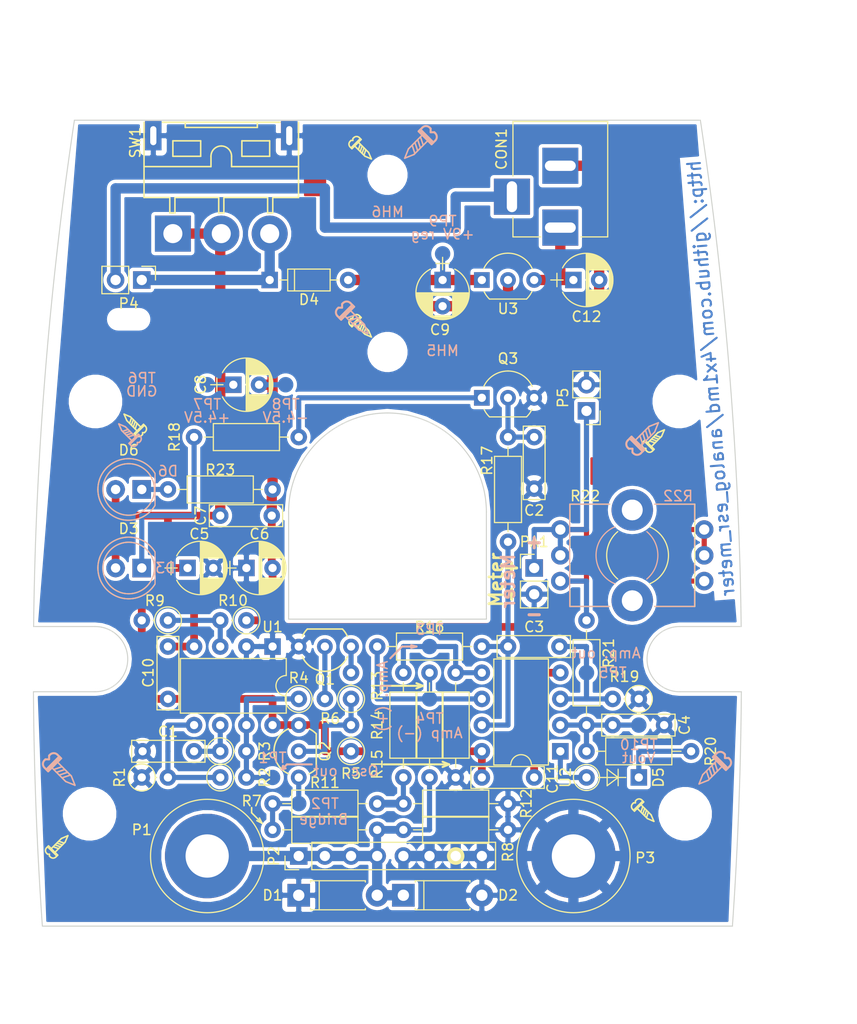
<source format=kicad_pcb>
(kicad_pcb (version 4) (host pcbnew 4.0.7-e2-6376~61~ubuntu18.04.1)
  (title_block (title "Analog ESR meter") (date 2018-03-10) (rev B))
  (layers (0 F.Cu signal) (31 B.Cu signal) (34 B.Paste user) (35 F.Paste user) (36 B.SilkS user) (37 F.SilkS user) (38 B.Mask user) (39 F.Mask user) (44 Edge.Cuts user))
  (net 0 "")
  (net 1 "Net-(C1-Pad1)")
  (net 2 "Net-(C2-Pad1)")
  (net 3 GNDREF)
  (net 4 "Net-(C4-Pad1)")
  (net 5 "Net-(CON1-Pad3)")
  (net 6 "Net-(Q1-Pad2)")
  (net 7 "Net-(Q1-Pad1)")
  (net 8 "Net-(R11-Pad1)")
  (net 9 "Net-(C3-Pad2)")
  (net 10 "Net-(D5-Pad2)")
  (net 11 "Net-(Q2-Pad2)")
  (net 12 "Net-(Q2-Pad1)")
  (net 13 "Net-(C3-Pad1)")
  (net 14 /-4.5V)
  (net 15 "Net-(D3-Pad1)")
  (net 16 "Net-(P5-Pad1)")
  (net 17 "Net-(R1-Pad2)")
  (net 18 "Net-(R2-Pad2)")
  (net 19 "Net-(R10-Pad2)")
  (net 20 "Net-(R13-Pad2)")
  (net 21 "Net-(R14-Pad2)")
  (net 22 "Net-(R21-Pad1)")
  (net 23 "Net-(Q3-Pad1)")
  (net 24 "Net-(D6-Pad1)")
  (net 25 "Net-(D5-Pad1)")
  (net 26 /CX)
  (net 27 /+9V_REG)
  (net 28 /EXT_VIN)
  (net 29 /+9V)
  (net 30 /+4.5V)
  (module Potentiometers:Potentiometer_Alps_RK09K_Horizontal (layer B.Cu) (at 184.15 92.71 180)
    (fp_text reference R22 (at 2.54 8.255 180) (layer B.SilkS) (effects (justify mirror)))
    (fp_text value 10K)
    (pad 3 thru_hole circle (at 0 5 180) (size 1.8 1.8) (drill 1) (layers *.Cu *.Paste *.Mask) (net 16 "Net-(P5-Pad1)"))
    (pad 2 thru_hole circle (at 0 2.5 180) (size 1.8 1.8) (drill 1) (layers *.Cu *.Paste *.Mask) (net 16 "Net-(P5-Pad1)"))
    (pad 1 thru_hole circle (at 0 0 180) (size 1.8 1.8) (drill 1) (layers *.Cu *.Paste *.Mask) (net 22 "Net-(R21-Pad1)"))
    (pad 0 thru_hole oval (at 7 6.9 180) (size 4 4) (drill 2) (layers *.Cu *.Paste *.Mask))
    (pad 0 thru_hole oval (at 7 -1.9 180) (size 4 4) (drill 2) (layers *.Cu *.Paste *.Mask))
  )
  (module ESR_Meter_Footprints:Symbol_Screw_Type2_SilkscreenTop (layer B.Cu) (at 127.762 77.9145 45)
    (fp_text reference REF** hide)
    (fp_text value Screw_Type4)
  )
  (module ESR_Meter_Footprints:MountingHole_3.2mm_M3_Small (layer F.Cu) (at 124.475 115.285)
    (fp_text reference MH3 hide)
    (fp_text value 3.2mm)
    (pad "" np_thru_hole circle (at 0 0) (size 3.2 3.2) (drill 3.2) (layers *.Cu *.Paste *.Mask) (clearance 1))
  )
  (module LEDs:LED_D5.0mm (layer B.Cu) (at 129.54 91.44 180)
    (fp_text reference D3 (at -2.286 0 360) (layer B.SilkS) (effects (justify mirror)))
    (fp_text value Red)
    (pad 1 thru_hole rect (at 0 0 180) (size 1.8 1.8) (drill 0.9) (layers *.Cu *.Paste *.Mask) (net 15 "Net-(D3-Pad1)"))
    (pad 2 thru_hole circle (at 2.54 0 180) (size 1.8 1.8) (drill 0.9) (layers *.Cu *.Paste *.Mask) (net 30 /+4.5V))
  )
  (module LEDs:LED_D5.0mm (layer B.Cu) (at 129.54 83.82 180)
    (fp_text reference D6 (at -2.54 1.778 360) (layer B.SilkS) (effects (justify mirror)))
    (fp_text value Green)
    (pad 1 thru_hole rect (at 0 0 180) (size 1.8 1.8) (drill 0.9) (layers *.Cu *.Paste *.Mask) (net 24 "Net-(D6-Pad1)"))
    (pad 2 thru_hole circle (at 2.54 0 180) (size 1.8 1.8) (drill 0.9) (layers *.Cu *.Paste *.Mask) (net 30 /+4.5V))
  )
  (module Socket_Strips:Socket_Strip_Straight_1x08_Pitch2.54mm (layer F.Cu) (at 144.78 119.38 90)
    (fp_text reference P2 (at 0 -2.413 270) (layer F.SilkS))
    (fp_text value Cx)
    (pad 1 thru_hole rect (at 0 0 90) (size 1.7 1.7) (drill 1) (layers *.Cu *.Paste *.Mask) (net 26 /CX))
    (pad 2 thru_hole oval (at 0 2.54 90) (size 1.7 1.7) (drill 1) (layers *.Cu *.Paste *.Mask) (net 26 /CX))
    (pad 3 thru_hole oval (at 0 5.08 90) (size 1.7 1.7) (drill 1) (layers *.Cu *.Paste *.Mask) (net 26 /CX))
    (pad 4 thru_hole oval (at 0 7.62 90) (size 1.7 1.7) (drill 1) (layers *.Cu *.Paste *.Mask) (net 26 /CX))
    (pad 5 thru_hole oval (at 0 10.16 90) (size 1.7 1.7) (drill 1) (layers *.Cu *.Paste *.Mask) (net 3 GNDREF))
    (pad 6 thru_hole oval (at 0 12.7 90) (size 1.7 1.7) (drill 1) (layers *.Cu *.Paste *.Mask) (net 3 GNDREF))
    (pad 7 thru_hole oval (at 0 15.24 90) (size 1.7 1.7) (drill 1) (layers *.Cu *.Mask B.Paste F.SilkS) (net 3 GNDREF))
    (pad 8 thru_hole oval (at 0 17.78 90) (size 1.7 1.7) (drill 1) (layers *.Cu *.Paste *.Mask) (net 3 GNDREF))
  )
  (module Resistors_THT:R_Axial_DIN0207_L6.3mm_D2.5mm_P2.54mm_Vertical (layer F.Cu) (at 149.86 104.14 90)
    (fp_text reference R6 (at -1.905 -2.032 180) (layer F.SilkS))
    (fp_text value 12K)
    (pad 1 thru_hole circle (at 0 0 90) (size 1.6 1.6) (drill 0.8) (layers *.Cu *.Paste *.Mask) (net 11 "Net-(Q2-Pad2)"))
    (pad 2 thru_hole oval (at 2.54 0 90) (size 1.6 1.6) (drill 0.8) (layers *.Cu *.Paste *.Mask) (net 7 "Net-(Q1-Pad1)"))
  )
  (module TO_SOT_Packages_THT:TO-92_Inline_Wide (layer F.Cu) (at 149.86 99.06 180)
    (fp_text reference Q1 (at 2.54 -3.175 180) (layer F.SilkS))
    (fp_text value BC547)
    (pad 2 thru_hole circle (at 2.54 0 270) (size 1.524 1.524) (drill 0.8) (layers *.Cu *.Paste *.Mask) (net 6 "Net-(Q1-Pad2)"))
    (pad 3 thru_hole circle (at 5.08 0 270) (size 1.524 1.524) (drill 0.8) (layers *.Cu *.Paste *.Mask) (net 3 GNDREF))
    (pad 1 thru_hole circle (at 0 0 270) (size 1.524 1.524) (drill 0.8) (layers *.Cu *.Paste *.Mask) (net 7 "Net-(Q1-Pad1)"))
  )
  (module Potentiometers:Potentiometer_Alps_RK09K_Horizontal (layer F.Cu) (at 170.18 92.71)
    (fp_text reference R22 (at 2.413 -8.255) (layer F.SilkS))
    (fp_text value 10K)
    (pad 3 thru_hole circle (at 0 -5) (size 1.8 1.8) (drill 1) (layers *.Cu *.Paste *.Mask) (net 16 "Net-(P5-Pad1)"))
    (pad 2 thru_hole circle (at 0 -2.5) (size 1.8 1.8) (drill 1) (layers *.Cu *.Paste *.Mask) (net 16 "Net-(P5-Pad1)"))
    (pad 1 thru_hole circle (at 0 0) (size 1.8 1.8) (drill 1) (layers *.Cu *.Paste *.Mask) (net 22 "Net-(R21-Pad1)"))
    (pad 0 thru_hole oval (at 7 -6.9) (size 4 4) (drill 2) (layers *.Cu *.Paste *.Mask))
    (pad 0 thru_hole oval (at 7 1.9) (size 4 4) (drill 2) (layers *.Cu *.Paste *.Mask))
  )
  (module TO_SOT_Packages_THT:TO-92_Inline_Wide (layer F.Cu) (at 144.78 111.76 90)
    (fp_text reference Q2 (at 2.54 2.54 90) (layer F.SilkS))
    (fp_text value BC557)
    (pad 2 thru_hole circle (at 2.54 0 180) (size 1.524 1.524) (drill 0.8) (layers *.Cu *.Paste *.Mask) (net 11 "Net-(Q2-Pad2)"))
    (pad 3 thru_hole circle (at 5.08 0 180) (size 1.524 1.524) (drill 0.8) (layers *.Cu *.Paste *.Mask) (net 30 /+4.5V))
    (pad 1 thru_hole circle (at 0 0 180) (size 1.524 1.524) (drill 0.8) (layers *.Cu *.Paste *.Mask) (net 12 "Net-(Q2-Pad1)"))
  )
  (module Capacitors_THT:CP_Radial_D5.0mm_P2.50mm (layer F.Cu) (at 133.985 91.44)
    (fp_text reference C5 (at 1.143 -3.302 180) (layer F.SilkS))
    (fp_text value 1uF)
    (pad 1 thru_hole rect (at 0 0) (size 1.6 1.6) (drill 0.8) (layers *.Cu *.Paste *.Mask) (net 30 /+4.5V))
    (pad 2 thru_hole circle (at 2.5 0) (size 1.6 1.6) (drill 0.8) (layers *.Cu *.Paste *.Mask) (net 3 GNDREF))
  )
  (module Capacitors_THT:CP_Radial_D5.0mm_P2.50mm (layer F.Cu) (at 139.7 91.44)
    (fp_text reference C6 (at 1.27 -3.302 180) (layer F.SilkS))
    (fp_text value 1uF)
    (pad 1 thru_hole rect (at 0 0) (size 1.6 1.6) (drill 0.8) (layers *.Cu *.Paste *.Mask) (net 3 GNDREF))
    (pad 2 thru_hole circle (at 2.54 0) (size 1.6 1.6) (drill 0.8) (layers *.Cu *.Paste *.Mask) (net 14 /-4.5V))
  )
  (module Capacitors_THT:CP_Radial_D5.0mm_P2.50mm (layer F.Cu) (at 138.43 73.66)
    (fp_text reference C8 (at -3.175 0 270) (layer F.SilkS))
    (fp_text value 22uF)
    (pad 1 thru_hole rect (at 0 0) (size 1.6 1.6) (drill 0.8) (layers *.Cu *.Paste *.Mask) (net 30 /+4.5V))
    (pad 2 thru_hole circle (at 2.5 0) (size 1.6 1.6) (drill 0.8) (layers *.Cu *.Paste *.Mask) (net 14 /-4.5V))
  )
  (module Capacitors_THT:CP_Radial_D5.0mm_P2.50mm (layer F.Cu) (at 158.75 63.5 270)
    (fp_text reference C9 (at 4.826 0.254 540) (layer F.SilkS))
    (fp_text value 10uF)
    (pad 1 thru_hole rect (at 0 0 270) (size 1.6 1.6) (drill 0.8) (layers *.Cu *.Paste *.Mask) (net 27 /+9V_REG))
    (pad 2 thru_hole circle (at 2.54 0 270) (size 1.6 1.6) (drill 0.8) (layers *.Cu *.Paste *.Mask) (net 14 /-4.5V))
  )
  (module Diodes_THT:D_DO-35_SOD27_P7.62mm_Horizontal (layer F.Cu) (at 141.96 63.5)
    (fp_text reference D4 (at 3.81 1.905 180) (layer F.SilkS))
    (fp_text value BAT60)
    (pad 1 thru_hole rect (at 0 0) (size 1.6 1.6) (drill 0.8) (layers *.Cu *.Paste *.Mask) (net 29 /+9V))
    (pad 2 thru_hole oval (at 7.62 0) (size 1.6 1.6) (drill 0.8) (layers *.Cu *.Paste *.Mask) (net 27 /+9V_REG))
  )
  (module Pin_Headers:Pin_Header_Straight_1x02_Pitch2.54mm (layer F.Cu) (at 129.54 63.5 270)
    (fp_text reference P4 (at 2.286 1.27 360) (layer F.SilkS))
    (fp_text value "9V battery")
    (pad 1 thru_hole rect (at 0 0 270) (size 1.7 1.7) (drill 1) (layers *.Cu *.Paste *.Mask) (net 29 /+9V))
    (pad 2 thru_hole oval (at 0 2.54 270) (size 1.7 1.7) (drill 1) (layers *.Cu *.Paste *.Mask) (net 5 "Net-(CON1-Pad3)"))
  )
  (module Resistors_THT:R_Axial_DIN0207_L6.3mm_D2.5mm_P10.16mm_Horizontal (layer F.Cu) (at 152.4 116.84 180)
    (fp_text reference R7 (at 12.192 2.794 360) (layer F.SilkS))
    (fp_text value 1K)
    (pad 1 thru_hole circle (at 0 0 180) (size 1.6 1.6) (drill 0.8) (layers *.Cu *.Paste *.Mask) (net 26 /CX))
    (pad 2 thru_hole oval (at 10.16 0 180) (size 1.6 1.6) (drill 0.8) (layers *.Cu *.Paste *.Mask) (net 12 "Net-(Q2-Pad1)"))
  )
  (module Resistors_THT:R_Axial_DIN0207_L6.3mm_D2.5mm_P10.16mm_Horizontal (layer F.Cu) (at 154.94 116.84)
    (fp_text reference R8 (at 10.16 2.159 270) (layer F.SilkS))
    (fp_text value 22)
    (pad 1 thru_hole circle (at 0 0) (size 1.6 1.6) (drill 0.8) (layers *.Cu *.Paste *.Mask) (net 26 /CX))
    (pad 2 thru_hole oval (at 10.16 0) (size 1.6 1.6) (drill 0.8) (layers *.Cu *.Paste *.Mask) (net 3 GNDREF))
  )
  (module Resistors_THT:R_Axial_DIN0207_L6.3mm_D2.5mm_P10.16mm_Horizontal (layer F.Cu) (at 152.4 114.3 180)
    (fp_text reference R11 (at 5.08 2.032 180) (layer F.SilkS))
    (fp_text value 1K)
    (pad 1 thru_hole circle (at 0 0 180) (size 1.6 1.6) (drill 0.8) (layers *.Cu *.Paste *.Mask) (net 8 "Net-(R11-Pad1)"))
    (pad 2 thru_hole oval (at 10.16 0 180) (size 1.6 1.6) (drill 0.8) (layers *.Cu *.Paste *.Mask) (net 12 "Net-(Q2-Pad1)"))
  )
  (module Resistors_THT:R_Axial_DIN0207_L6.3mm_D2.5mm_P10.16mm_Horizontal (layer F.Cu) (at 154.94 114.3)
    (fp_text reference R12 (at 11.938 0 270) (layer F.SilkS))
    (fp_text value 22)
    (pad 1 thru_hole circle (at 0 0) (size 1.6 1.6) (drill 0.8) (layers *.Cu *.Paste *.Mask) (net 8 "Net-(R11-Pad1)"))
    (pad 2 thru_hole oval (at 10.16 0) (size 1.6 1.6) (drill 0.8) (layers *.Cu *.Paste *.Mask) (net 3 GNDREF))
  )
  (module Resistors_THT:R_Axial_DIN0207_L6.3mm_D2.5mm_P10.16mm_Horizontal (layer F.Cu) (at 165.1 78.74 270)
    (fp_text reference R17 (at 2.286 2.032 270) (layer F.SilkS))
    (fp_text value 15K)
    (pad 1 thru_hole circle (at 0 0 270) (size 1.6 1.6) (drill 0.8) (layers *.Cu *.Paste *.Mask) (net 2 "Net-(C2-Pad1)"))
    (pad 2 thru_hole oval (at 10.16 0 270) (size 1.6 1.6) (drill 0.8) (layers *.Cu *.Paste *.Mask) (net 13 "Net-(C3-Pad1)"))
  )
  (module Resistors_THT:R_Axial_DIN0207_L6.3mm_D2.5mm_P10.16mm_Horizontal (layer F.Cu) (at 172.72 96.52 270)
    (fp_text reference R21 (at 3.175 -2.159 450) (layer F.SilkS))
    (fp_text value 1K)
    (pad 1 thru_hole circle (at 0 0 270) (size 1.6 1.6) (drill 0.8) (layers *.Cu *.Paste *.Mask) (net 22 "Net-(R21-Pad1)"))
    (pad 2 thru_hole oval (at 10.16 0 270) (size 1.6 1.6) (drill 0.8) (layers *.Cu *.Paste *.Mask) (net 4 "Net-(C4-Pad1)"))
  )
  (module Pin_Headers:Pin_Header_Straight_1x02_Pitch2.54mm (layer F.Cu) (at 172.72 76.2 180)
    (fp_text reference P5 (at 2.286 1.27 270) (layer F.SilkS))
    (fp_text value "uA connector")
    (pad 1 thru_hole rect (at 0 0 180) (size 1.7 1.7) (drill 1) (layers *.Cu *.Paste *.Mask) (net 16 "Net-(P5-Pad1)"))
    (pad 2 thru_hole oval (at 0 2.54 180) (size 1.7 1.7) (drill 1) (layers *.Cu *.Paste *.Mask) (net 3 GNDREF))
  )
  (module TO_SOT_Packages_THT:TO-92_Inline_Wide (layer F.Cu) (at 162.56 74.93)
    (fp_text reference Q3 (at 2.54 -3.81 180) (layer F.SilkS))
    (fp_text value BC547)
    (pad 2 thru_hole circle (at 2.54 0 90) (size 1.52 1.52) (drill 0.8) (layers *.Cu *.Paste *.Mask) (net 2 "Net-(C2-Pad1)"))
    (pad 3 thru_hole circle (at 5.08 0 90) (size 1.52 1.52) (drill 0.8) (layers *.Cu *.Paste *.Mask) (net 3 GNDREF))
    (pad 1 thru_hole rect (at 0 0 90) (size 1.52 1.52) (drill 0.8) (layers *.Cu *.Paste *.Mask) (net 23 "Net-(Q3-Pad1)"))
  )
  (module Capacitors_THT:C_Rect_L7.0mm_W2.0mm_P5.00mm (layer F.Cu) (at 134.62 109.22 180)
    (fp_text reference C1 (at 2.54 1.905 360) (layer F.SilkS))
    (fp_text value 1nF)
    (pad 1 thru_hole circle (at 0 0 180) (size 1.6 1.6) (drill 0.8) (layers *.Cu *.Paste *.Mask) (net 1 "Net-(C1-Pad1)"))
    (pad 2 thru_hole circle (at 5 0 180) (size 1.6 1.6) (drill 0.8) (layers *.Cu *.Paste *.Mask) (net 3 GNDREF))
  )
  (module Capacitors_THT:C_Rect_L7.0mm_W2.0mm_P5.00mm (layer F.Cu) (at 167.64 78.74 270)
    (fp_text reference C2 (at 7.112 0 540) (layer F.SilkS))
    (fp_text value 1uF)
    (pad 1 thru_hole circle (at 0 0 270) (size 1.6 1.6) (drill 0.8) (layers *.Cu *.Paste *.Mask) (net 2 "Net-(C2-Pad1)"))
    (pad 2 thru_hole circle (at 5 0 270) (size 1.6 1.6) (drill 0.8) (layers *.Cu *.Paste *.Mask) (net 3 GNDREF))
  )
  (module Capacitors_THT:C_Rect_L7.0mm_W2.0mm_P5.00mm (layer F.Cu) (at 165.1 99.06)
    (fp_text reference C3 (at 2.54 -1.905 180) (layer F.SilkS))
    (fp_text value 0.1uF)
    (pad 1 thru_hole circle (at 0 0) (size 1.6 1.6) (drill 0.8) (layers *.Cu *.Paste *.Mask) (net 13 "Net-(C3-Pad1)"))
    (pad 2 thru_hole circle (at 5 0) (size 1.6 1.6) (drill 0.8) (layers *.Cu *.Paste *.Mask) (net 9 "Net-(C3-Pad2)"))
  )
  (module Capacitors_THT:C_Rect_L7.0mm_W2.0mm_P5.00mm (layer F.Cu) (at 175.26 106.68)
    (fp_text reference C4 (at 6.985 0 270) (layer F.SilkS))
    (fp_text value 1uF)
    (pad 1 thru_hole circle (at 0 0) (size 1.6 1.6) (drill 0.8) (layers *.Cu *.Paste *.Mask) (net 4 "Net-(C4-Pad1)"))
    (pad 2 thru_hole circle (at 5 0) (size 1.6 1.6) (drill 0.8) (layers *.Cu *.Paste *.Mask) (net 3 GNDREF))
  )
  (module Capacitors_THT:C_Rect_L7.0mm_W2.0mm_P5.00mm (layer F.Cu) (at 137.16 86.36)
    (fp_text reference C7 (at -1.905 0 270) (layer F.SilkS))
    (fp_text value 0.1uF)
    (pad 1 thru_hole circle (at 0 0) (size 1.6 1.6) (drill 0.8) (layers *.Cu *.Paste *.Mask) (net 30 /+4.5V))
    (pad 2 thru_hole circle (at 5 0) (size 1.6 1.6) (drill 0.8) (layers *.Cu *.Paste *.Mask) (net 14 /-4.5V))
  )
  (module Housings_DIP:DIP-8_W7.62mm (layer F.Cu) (at 142.24 99.06 270)
    (fp_text reference U1 (at -1.905 0 360) (layer F.SilkS))
    (fp_text value TL082)
    (pad 1 thru_hole rect (at 0 0 270) (size 1.6 1.6) (drill 0.8) (layers *.Cu *.Paste *.Mask) (net 3 GNDREF))
    (pad 5 thru_hole oval (at 7.62 7.62 270) (size 1.6 1.6) (drill 0.8) (layers *.Cu *.Paste *.Mask) (net 17 "Net-(R1-Pad2)"))
    (pad 2 thru_hole oval (at 0 2.54 270) (size 1.6 1.6) (drill 0.8) (layers *.Cu *.Paste *.Mask) (net 3 GNDREF))
    (pad 6 thru_hole oval (at 7.62 5.08 270) (size 1.6 1.6) (drill 0.8) (layers *.Cu *.Paste *.Mask) (net 1 "Net-(C1-Pad1)"))
    (pad 3 thru_hole oval (at 0 5.08 270) (size 1.6 1.6) (drill 0.8) (layers *.Cu *.Paste *.Mask) (net 19 "Net-(R10-Pad2)"))
    (pad 7 thru_hole oval (at 7.62 2.54 270) (size 1.6 1.6) (drill 0.8) (layers *.Cu *.Paste *.Mask) (net 18 "Net-(R2-Pad2)"))
    (pad 4 thru_hole oval (at 0 7.62 270) (size 1.6 1.6) (drill 0.8) (layers *.Cu *.Paste *.Mask) (net 14 /-4.5V))
    (pad 8 thru_hole oval (at 7.62 0 270) (size 1.6 1.6) (drill 0.8) (layers *.Cu *.Paste *.Mask) (net 30 /+4.5V))
  )
  (module Housings_DIP:DIP-8_W7.62mm (layer F.Cu) (at 170.18 109.22 180)
    (fp_text reference U2 (at -0.508 -2.54 450) (layer F.SilkS))
    (fp_text value TL082)
    (pad 1 thru_hole rect (at 0 0 180) (size 1.6 1.6) (drill 0.8) (layers *.Cu *.Paste *.Mask) (net 10 "Net-(D5-Pad2)"))
    (pad 5 thru_hole oval (at 7.62 7.62 180) (size 1.6 1.6) (drill 0.8) (layers *.Cu *.Paste *.Mask) (net 21 "Net-(R14-Pad2)"))
    (pad 2 thru_hole oval (at 0 2.54 180) (size 1.6 1.6) (drill 0.8) (layers *.Cu *.Paste *.Mask) (net 4 "Net-(C4-Pad1)"))
    (pad 6 thru_hole oval (at 7.62 5.08 180) (size 1.6 1.6) (drill 0.8) (layers *.Cu *.Paste *.Mask) (net 20 "Net-(R13-Pad2)"))
    (pad 3 thru_hole oval (at 0 5.08 180) (size 1.6 1.6) (drill 0.8) (layers *.Cu *.Paste *.Mask) (net 9 "Net-(C3-Pad2)"))
    (pad 7 thru_hole oval (at 7.62 2.54 180) (size 1.6 1.6) (drill 0.8) (layers *.Cu *.Paste *.Mask) (net 13 "Net-(C3-Pad1)"))
    (pad 4 thru_hole oval (at 0 7.62 180) (size 1.6 1.6) (drill 0.8) (layers *.Cu *.Paste *.Mask) (net 14 /-4.5V))
    (pad 8 thru_hole oval (at 7.62 0 180) (size 1.6 1.6) (drill 0.8) (layers *.Cu *.Paste *.Mask) (net 30 /+4.5V))
  )
  (module Measurement_Points:Measurement_Point_Round-SMD-Pad_Small (layer B.Cu) (at 142.24 111.76)
    (fp_text reference TP1 (at 0 -1.905) (layer B.SilkS) (effects (justify mirror)))
    (fp_text value "Osc. out" (at 7.112 -0.635) (layer B.SilkS) (effects (justify mirror)))
    (pad 1 smd circle (at 0 0) (size 1.5 1.5) (layers B.Cu B.Paste B.Mask) (net 18 "Net-(R2-Pad2)"))
  )
  (module Measurement_Points:Measurement_Point_Round-SMD-Pad_Small (layer B.Cu) (at 144.78 114.3)
    (fp_text reference TP2 (at 2.54 0) (layer B.SilkS) (effects (justify mirror)))
    (fp_text value Bridge (at 2.413 1.524) (layer B.SilkS) (effects (justify mirror)))
    (pad 1 smd circle (at 0 0) (size 1.5 1.5) (layers B.Cu B.Paste B.Mask) (net 12 "Net-(Q2-Pad1)"))
  )
  (module Measurement_Points:Measurement_Point_Round-SMD-Pad_Small (layer B.Cu) (at 157.48 99.06)
    (fp_text reference TP3 (at 0 -1.651) (layer B.SilkS) (effects (justify mirror)))
    (fp_text value "Amp. (+)" (at -4.572 4.826 90) (layer B.SilkS) (effects (justify mirror)))
    (pad 1 smd circle (at 0 0) (size 1.5 1.5) (layers B.Cu B.Paste B.Mask) (net 21 "Net-(R14-Pad2)"))
  )
  (module Measurement_Points:Measurement_Point_Round-SMD-Pad_Small (layer B.Cu) (at 157.48 104.14)
    (fp_text reference TP4 (at 0 1.905) (layer B.SilkS) (effects (justify mirror)))
    (fp_text value "Amp (-)" (at 0 3.302) (layer B.SilkS) (effects (justify mirror)))
    (pad 1 smd circle (at 0 0) (size 1.5 1.5) (layers B.Cu B.Paste B.Mask) (net 20 "Net-(R13-Pad2)"))
  )
  (module Measurement_Points:Measurement_Point_Round-SMD-Pad_Small (layer B.Cu) (at 172.72 101.6)
    (fp_text reference TP5 (at 2.54 0 180) (layer B.SilkS) (effects (justify mirror)))
    (fp_text value "Amp. out" (at 1.905 -1.905 180) (layer B.SilkS) (effects (justify mirror)))
    (pad 1 smd circle (at 0 0) (size 1.5 1.5) (layers B.Cu B.Paste B.Mask) (net 9 "Net-(C3-Pad2)"))
  )
  (module Measurement_Points:Measurement_Point_Round-SMD-Pad_Small (layer B.Cu) (at 129.54 76.2)
    (fp_text reference TP6 (at 0 -3.175) (layer B.SilkS) (effects (justify mirror)))
    (fp_text value GND (at 0 -1.905) (layer B.SilkS) (effects (justify mirror)))
    (pad 1 smd circle (at 0 0) (size 1.5 1.5) (layers B.Cu B.Paste B.Mask) (net 3 GNDREF))
  )
  (module Measurement_Points:Measurement_Point_Round-SMD-Pad_Small (layer B.Cu) (at 135.89 73.66)
    (fp_text reference TP7 (at 0 1.905) (layer B.SilkS) (effects (justify mirror)))
    (fp_text value +4.5V (at 0 3.175) (layer B.SilkS) (effects (justify mirror)))
    (pad 1 smd circle (at 0 0) (size 1.5 1.5) (layers B.Cu B.Paste B.Mask) (net 30 /+4.5V))
  )
  (module Measurement_Points:Measurement_Point_Round-SMD-Pad_Small (layer B.Cu) (at 143.51 73.66)
    (fp_text reference TP8 (at 0 1.905) (layer B.SilkS) (effects (justify mirror)))
    (fp_text value -4.5V (at 0 3.175) (layer B.SilkS) (effects (justify mirror)))
    (pad 1 smd circle (at 0 0) (size 1.5 1.5) (layers B.Cu B.Paste B.Mask) (net 14 /-4.5V))
  )
  (module Measurement_Points:Measurement_Point_Round-SMD-Pad_Small (layer B.Cu) (at 158.75 60.96)
    (fp_text reference TP9 (at 0 -3.175) (layer B.SilkS) (effects (justify mirror)))
    (fp_text value "+9V reg" (at 0 -1.905 180) (layer B.SilkS) (effects (justify mirror)))
    (pad 1 smd circle (at 0 0) (size 1.5 1.5) (layers B.Cu B.Paste B.Mask) (net 27 /+9V_REG))
  )
  (module Measurement_Points:Measurement_Point_Round-SMD-Pad_Small (layer B.Cu) (at 177.8 106.68)
    (fp_text reference TP10 (at 0 1.905) (layer B.SilkS) (effects (justify mirror)))
    (fp_text value Vout (at 0 3.175) (layer B.SilkS) (effects (justify mirror)))
    (pad 1 smd circle (at 0 0) (size 1.5 1.5) (layers B.Cu B.Paste B.Mask) (net 4 "Net-(C4-Pad1)"))
  )
  (module Capacitors_THT:C_Rect_L7.0mm_W2.0mm_P5.00mm (layer F.Cu) (at 132.08 104.14 90)
    (fp_text reference C10 (at 2.54 -1.905 90) (layer F.SilkS))
    (fp_text value 0.1uF)
    (pad 1 thru_hole circle (at 0 0 90) (size 1.6 1.6) (drill 0.8) (layers *.Cu *.Paste *.Mask) (net 30 /+4.5V))
    (pad 2 thru_hole circle (at 5.08 0 90) (size 1.6 1.6) (drill 0.8) (layers *.Cu *.Paste *.Mask) (net 14 /-4.5V))
  )
  (module Capacitors_THT:C_Rect_L7.0mm_W2.0mm_P5.00mm (layer F.Cu) (at 162.56 111.76)
    (fp_text reference C11 (at 6.858 0.127 270) (layer F.SilkS))
    (fp_text value 0.1uF)
    (pad 1 thru_hole circle (at 0 0) (size 1.6 1.6) (drill 0.8) (layers *.Cu *.Paste *.Mask) (net 30 /+4.5V))
    (pad 2 thru_hole circle (at 5.08 0) (size 1.6 1.6) (drill 0.8) (layers *.Cu *.Paste *.Mask) (net 14 /-4.5V))
  )
  (module ESR_Meter_Footprints:Banana_Jack_1Pin (layer F.Cu) (at 135.89 119.38)
    (fp_text reference P1 (at -6.35 -2.54) (layer F.SilkS))
    (fp_text value Cx+)
    (pad 1 thru_hole circle (at 0 0) (size 8.2 8.2) (drill 4.2) (layers *.Cu *.Paste *.Mask) (net 26 /CX))
  )
  (module ESR_Meter_Footprints:Banana_Jack_1Pin (layer F.Cu) (at 171.45 119.38)
    (fp_text reference P3 (at 6.975 0.18) (layer F.SilkS))
    (fp_text value Cx-)
    (pad 1 thru_hole circle (at 0 0) (size 8.2 8.2) (drill 4.2) (layers *.Cu *.Paste *.Mask) (net 3 GNDREF))
  )
  (module ESR_Meter_Footprints:Switch_Slide_SPDT_THT_5MS1S102AM6QES (layer F.Cu) (at 132.56 59 180)
    (fp_text reference SW1 (at 3.655 8.835 270) (layer F.SilkS))
    (fp_text value On/Off)
    (pad 4 thru_hole rect (at 1.9 9.5 180) (size 1.6 2.85) (drill oval 0.6 1.85) (layers *.Cu *.Paste *.Mask) (net 3 GNDREF))
    (pad 4 thru_hole rect (at -11.3 9.5 180) (size 1.6 2.85) (drill oval 0.6 1.85) (layers *.Cu *.Paste *.Mask) (net 3 GNDREF))
    (pad 1 thru_hole rect (at 0 0 180) (size 3.5 3.5) (drill 1.85) (layers *.Cu *.Paste *.Mask) (net 30 /+4.5V))
    (pad 2 thru_hole circle (at -4.7 0 180) (size 3.5 3.5) (drill 1.85) (layers *.Cu *.Paste *.Mask) (net 30 /+4.5V))
    (pad 3 thru_hole circle (at -9.4 0 180) (size 3.5 3.5) (drill 1.85) (layers *.Cu *.Paste *.Mask) (net 29 /+9V))
  )
  (module Resistors_THT:R_Axial_DIN0207_L6.3mm_D2.5mm_P2.54mm_Vertical (layer F.Cu) (at 129.54 111.76)
    (fp_text reference R1 (at -2.159 0 270) (layer F.SilkS))
    (fp_text value 1.5K)
    (pad 1 thru_hole circle (at 0 0) (size 1.6 1.6) (drill 0.8) (layers *.Cu *.Paste *.Mask) (net 3 GNDREF))
    (pad 2 thru_hole oval (at 2.54 0) (size 1.6 1.6) (drill 0.8) (layers *.Cu *.Paste *.Mask) (net 17 "Net-(R1-Pad2)"))
  )
  (module Resistors_THT:R_Axial_DIN0207_L6.3mm_D2.5mm_P2.54mm_Vertical (layer F.Cu) (at 137.16 111.76)
    (fp_text reference R2 (at 4.318 0 90) (layer F.SilkS))
    (fp_text value 10K)
    (pad 1 thru_hole circle (at 0 0) (size 1.6 1.6) (drill 0.8) (layers *.Cu *.Paste *.Mask) (net 17 "Net-(R1-Pad2)"))
    (pad 2 thru_hole oval (at 2.54 0) (size 1.6 1.6) (drill 0.8) (layers *.Cu *.Paste *.Mask) (net 18 "Net-(R2-Pad2)"))
  )
  (module Resistors_THT:R_Axial_DIN0207_L6.3mm_D2.5mm_P2.54mm_Vertical (layer F.Cu) (at 137.16 109.22)
    (fp_text reference R3 (at 4.318 0 90) (layer F.SilkS))
    (fp_text value 10K)
    (pad 1 thru_hole circle (at 0 0) (size 1.6 1.6) (drill 0.8) (layers *.Cu *.Paste *.Mask) (net 1 "Net-(C1-Pad1)"))
    (pad 2 thru_hole oval (at 2.54 0) (size 1.6 1.6) (drill 0.8) (layers *.Cu *.Paste *.Mask) (net 18 "Net-(R2-Pad2)"))
  )
  (module Resistors_THT:R_Axial_DIN0207_L6.3mm_D2.5mm_P2.54mm_Vertical (layer F.Cu) (at 144.78 104.14)
    (fp_text reference R4 (at 0 -2.032) (layer F.SilkS))
    (fp_text value 68K)
    (pad 1 thru_hole circle (at 0 0) (size 1.6 1.6) (drill 0.8) (layers *.Cu *.Paste *.Mask) (net 18 "Net-(R2-Pad2)"))
    (pad 2 thru_hole oval (at 2.54 0) (size 1.6 1.6) (drill 0.8) (layers *.Cu *.Paste *.Mask) (net 6 "Net-(Q1-Pad2)"))
  )
  (module Resistors_THT:R_Axial_DIN0207_L6.3mm_D2.5mm_P2.54mm_Vertical (layer F.Cu) (at 149.86 109.22 90)
    (fp_text reference R5 (at -2.159 0 360) (layer F.SilkS))
    (fp_text value 4.7K)
    (pad 1 thru_hole circle (at 0 0 90) (size 1.6 1.6) (drill 0.8) (layers *.Cu *.Paste *.Mask) (net 30 /+4.5V))
    (pad 2 thru_hole oval (at 2.54 0 90) (size 1.6 1.6) (drill 0.8) (layers *.Cu *.Paste *.Mask) (net 11 "Net-(Q2-Pad2)"))
  )
  (module Resistors_THT:R_Axial_DIN0207_L6.3mm_D2.5mm_P10.16mm_Horizontal (layer F.Cu) (at 157.48 111.76 90)
    (fp_text reference R13 (at 8.89 -5.08 270) (layer F.SilkS))
    (fp_text value 1K)
    (pad 1 thru_hole circle (at 0 0 90) (size 1.6 1.6) (drill 0.8) (layers *.Cu *.Paste *.Mask) (net 26 /CX))
    (pad 2 thru_hole oval (at 10.16 0 90) (size 1.6 1.6) (drill 0.8) (layers *.Cu *.Paste *.Mask) (net 20 "Net-(R13-Pad2)"))
  )
  (module Resistors_THT:R_Axial_DIN0207_L6.3mm_D2.5mm_P10.16mm_Horizontal (layer F.Cu) (at 154.94 111.76 90)
    (fp_text reference R14 (at 5.08 -2.54 90) (layer F.SilkS))
    (fp_text value 1K)
    (pad 1 thru_hole circle (at 0 0 90) (size 1.6 1.6) (drill 0.8) (layers *.Cu *.Paste *.Mask) (net 8 "Net-(R11-Pad1)"))
    (pad 2 thru_hole oval (at 10.16 0 90) (size 1.6 1.6) (drill 0.8) (layers *.Cu *.Paste *.Mask) (net 21 "Net-(R14-Pad2)"))
  )
  (module Resistors_THT:R_Axial_DIN0207_L6.3mm_D2.5mm_P10.16mm_Horizontal (layer F.Cu) (at 152.4 99.06)
    (fp_text reference R16 (at 5.08 -1.905) (layer F.SilkS))
    (fp_text value 47K)
    (pad 1 thru_hole circle (at 0 0) (size 1.6 1.6) (drill 0.8) (layers *.Cu *.Paste *.Mask) (net 20 "Net-(R13-Pad2)"))
    (pad 2 thru_hole oval (at 10.16 0) (size 1.6 1.6) (drill 0.8) (layers *.Cu *.Paste *.Mask) (net 13 "Net-(C3-Pad1)"))
  )
  (module LEDs:LED_D5.0mm (layer F.Cu) (at 129.54 91.44 180)
    (fp_text reference D3 (at 1.27 3.81 360) (layer F.SilkS))
    (fp_text value Red)
    (pad 1 thru_hole rect (at 0 0 180) (size 1.8 1.8) (drill 0.9) (layers *.Cu *.Paste *.Mask) (net 15 "Net-(D3-Pad1)"))
    (pad 2 thru_hole circle (at 2.54 0 180) (size 1.8 1.8) (drill 0.9) (layers *.Cu *.Paste *.Mask) (net 30 /+4.5V))
  )
  (module LEDs:LED_D5.0mm (layer F.Cu) (at 129.54 83.82 180)
    (fp_text reference D6 (at 1.27 3.81 360) (layer F.SilkS))
    (fp_text value Green)
    (pad 1 thru_hole rect (at 0 0 180) (size 1.8 1.8) (drill 0.9) (layers *.Cu *.Paste *.Mask) (net 24 "Net-(D6-Pad1)"))
    (pad 2 thru_hole circle (at 2.54 0 180) (size 1.8 1.8) (drill 0.9) (layers *.Cu *.Paste *.Mask) (net 30 /+4.5V))
  )
  (module Resistors_THT:R_Axial_DIN0207_L6.3mm_D2.5mm_P2.54mm_Vertical (layer F.Cu) (at 132.08 96.52 180)
    (fp_text reference R9 (at 1.27 1.905 360) (layer F.SilkS))
    (fp_text value 10K)
    (pad 1 thru_hole circle (at 0 0 180) (size 1.6 1.6) (drill 0.8) (layers *.Cu *.Paste *.Mask) (net 19 "Net-(R10-Pad2)"))
    (pad 2 thru_hole oval (at 2.54 0 180) (size 1.6 1.6) (drill 0.8) (layers *.Cu *.Paste *.Mask) (net 30 /+4.5V))
  )
  (module Resistors_THT:R_Axial_DIN0207_L6.3mm_D2.5mm_P2.54mm_Vertical (layer F.Cu) (at 139.7 96.52 180)
    (fp_text reference R10 (at 1.3 1.92 180) (layer F.SilkS))
    (fp_text value 10K)
    (pad 1 thru_hole circle (at 0 0 180) (size 1.6 1.6) (drill 0.8) (layers *.Cu *.Paste *.Mask) (net 14 /-4.5V))
    (pad 2 thru_hole oval (at 2.54 0 180) (size 1.6 1.6) (drill 0.8) (layers *.Cu *.Paste *.Mask) (net 19 "Net-(R10-Pad2)"))
  )
  (module Resistors_THT:R_Axial_DIN0207_L6.3mm_D2.5mm_P2.54mm_Vertical (layer F.Cu) (at 177.8 104.14 180)
    (fp_text reference R19 (at 1.397 2.159 360) (layer F.SilkS))
    (fp_text value 47K)
    (pad 1 thru_hole circle (at 0 0 180) (size 1.6 1.6) (drill 0.8) (layers *.Cu *.Paste *.Mask) (net 3 GNDREF))
    (pad 2 thru_hole oval (at 2.54 0 180) (size 1.6 1.6) (drill 0.8) (layers *.Cu *.Paste *.Mask) (net 9 "Net-(C3-Pad2)"))
  )
  (module Resistors_THT:R_Axial_DIN0207_L6.3mm_D2.5mm_P10.16mm_Horizontal (layer F.Cu) (at 160.02 111.76 90)
    (fp_text reference R15 (at 1.27 -7.62 90) (layer F.SilkS))
    (fp_text value 47K)
    (pad 1 thru_hole circle (at 0 0 90) (size 1.6 1.6) (drill 0.8) (layers *.Cu *.Paste *.Mask) (net 3 GNDREF))
    (pad 2 thru_hole oval (at 10.16 0 90) (size 1.6 1.6) (drill 0.8) (layers *.Cu *.Paste *.Mask) (net 21 "Net-(R14-Pad2)"))
  )
  (module Resistors_THT:R_Axial_DIN0207_L6.3mm_D2.5mm_P10.16mm_Horizontal (layer F.Cu) (at 144.78 78.74 180)
    (fp_text reference R18 (at 12.065 0 450) (layer F.SilkS))
    (fp_text value 470)
    (pad 1 thru_hole circle (at 0 0 180) (size 1.6 1.6) (drill 0.8) (layers *.Cu *.Paste *.Mask) (net 23 "Net-(Q3-Pad1)"))
    (pad 2 thru_hole oval (at 10.16 0 180) (size 1.6 1.6) (drill 0.8) (layers *.Cu *.Paste *.Mask) (net 15 "Net-(D3-Pad1)"))
  )
  (module ESR_Meter_Footprints:BARREL_JACK_PCB_EDGE (layer F.Cu) (at 170.18 58.42 270)
    (fp_text reference CON1 (at -7.62 5.715 450) (layer F.SilkS))
    (fp_text value "External power")
    (pad 1 thru_hole rect (at 0 0 270) (size 3.5 3.5) (drill oval 1 3) (layers *.Cu *.Paste *.Mask) (net 28 /EXT_VIN))
    (pad 2 thru_hole rect (at -6 0 270) (size 3.5 3.5) (drill oval 1 3) (layers *.Cu *.Paste *.Mask) (net 14 /-4.5V))
    (pad 3 thru_hole rect (at -3 4.7 270) (size 3.5 3.5) (drill oval 3 1) (layers *.Cu *.Paste *.Mask) (net 5 "Net-(CON1-Pad3)"))
  )
  (module Diodes_THT:D_DO-35_SOD27_P5.08mm_Vertical_KathodeUp (layer F.Cu) (at 177.8 111.76 180)
    (fp_text reference D5 (at -1.905 0 270) (layer F.SilkS))
    (fp_text value 1N4148)
    (pad 1 thru_hole rect (at 0 0 180) (size 1.6 1.6) (drill 0.8) (layers *.Cu *.Paste *.Mask) (net 25 "Net-(D5-Pad1)"))
    (pad 2 thru_hole oval (at 5.08 0 180) (size 1.6 1.6) (drill 0.8) (layers *.Cu *.Paste *.Mask) (net 10 "Net-(D5-Pad2)"))
  )
  (module Resistors_THT:R_Axial_DIN0207_L6.3mm_D2.5mm_P10.16mm_Horizontal (layer F.Cu) (at 172.72 109.22)
    (fp_text reference R20 (at 12.065 0 90) (layer F.SilkS))
    (fp_text value 47)
    (pad 1 thru_hole circle (at 0 0) (size 1.6 1.6) (drill 0.8) (layers *.Cu *.Paste *.Mask) (net 4 "Net-(C4-Pad1)"))
    (pad 2 thru_hole oval (at 10.16 0) (size 1.6 1.6) (drill 0.8) (layers *.Cu *.Paste *.Mask) (net 25 "Net-(D5-Pad1)"))
  )
  (module ESR_Meter_Footprints:1.5mmx3.2mm_hole_for_wires (layer F.Cu) (at 128.27 67.31 90)
    (fp_text reference MH** hide)
    (fp_text value 1.5mmx3.2mm_hole_for_wires)
    (pad "" np_thru_hole oval (at 0 0 90) (size 1.5 3.5) (drill oval 1.5 3.5) (layers *.Cu *.Mask))
  )
  (module Capacitors_THT:CP_Radial_D5.0mm_P2.50mm (layer F.Cu) (at 171.45 63.5)
    (fp_text reference C12 (at 1.27 3.556 180) (layer F.SilkS))
    (fp_text value 10uF)
    (pad 1 thru_hole rect (at 0 0) (size 1.6 1.6) (drill 0.8) (layers *.Cu *.Paste *.Mask) (net 28 /EXT_VIN))
    (pad 2 thru_hole circle (at 2.5 0) (size 1.6 1.6) (drill 0.8) (layers *.Cu *.Paste *.Mask) (net 14 /-4.5V))
  )
  (module TO_SOT_Packages_THT:TO-92_Inline_Wide (layer F.Cu) (at 162.56 63.5)
    (fp_text reference U3 (at 2.54 2.794 180) (layer F.SilkS))
    (fp_text value L78L10_TO92)
    (pad 2 thru_hole circle (at 2.54 0 90) (size 1.52 1.52) (drill 0.8) (layers *.Cu *.Paste *.Mask) (net 14 /-4.5V))
    (pad 3 thru_hole circle (at 5.08 0 90) (size 1.52 1.52) (drill 0.8) (layers *.Cu *.Paste *.Mask) (net 28 /EXT_VIN))
    (pad 1 thru_hole rect (at 0 0 90) (size 1.52 1.52) (drill 0.8) (layers *.Cu *.Paste *.Mask) (net 27 /+9V_REG))
  )
  (module Resistors_THT:R_Axial_DIN0207_L6.3mm_D2.5mm_P10.16mm_Horizontal (layer F.Cu) (at 142.24 83.82 180)
    (fp_text reference R23 (at 5.08 1.905 180) (layer F.SilkS))
    (fp_text value 470)
    (pad 1 thru_hole circle (at 0 0 180) (size 1.6 1.6) (drill 0.8) (layers *.Cu *.Paste *.Mask) (net 14 /-4.5V))
    (pad 2 thru_hole oval (at 10.16 0 180) (size 1.6 1.6) (drill 0.8) (layers *.Cu *.Paste *.Mask) (net 24 "Net-(D6-Pad1)"))
  )
  (module ESR_Meter_Footprints:KiCad-Logo_5mm_SolderMask (layer B.Cu) (at 140.335 69.215 180)
    (fp_text reference REF** hide)
    (fp_text value KiCad-Logo_5mm_SolderMask)
  )
  (module Diodes_THT:D_DO-41_SOD81_P7.62mm_Horizontal (layer F.Cu) (at 144.78 123.19)
    (fp_text reference D1 (at -2.54 0) (layer F.SilkS))
    (fp_text value 1N4001)
    (pad 1 thru_hole rect (at 0 0) (size 2.2 2.2) (drill 1.1) (layers *.Cu *.Paste *.Mask) (net 3 GNDREF))
    (pad 2 thru_hole oval (at 7.62 0) (size 2.2 2.2) (drill 1.1) (layers *.Cu *.Paste *.Mask) (net 26 /CX))
  )
  (module Diodes_THT:D_DO-41_SOD81_P7.62mm_Horizontal (layer F.Cu) (at 154.94 123.19)
    (fp_text reference D2 (at 10.16 0) (layer F.SilkS))
    (fp_text value 1N4001)
    (pad 1 thru_hole rect (at 0 0) (size 2.2 2.2) (drill 1.1) (layers *.Cu *.Paste *.Mask) (net 26 /CX))
    (pad 2 thru_hole oval (at 7.62 0) (size 2.2 2.2) (drill 1.1) (layers *.Cu *.Paste *.Mask) (net 3 GNDREF))
  )
  (module Pin_Headers:Pin_Header_Straight_1x02_Pitch2.54mm (layer F.Cu) (at 167.64 91.44)
    (fp_text reference PA1 (at 0 -2.54 180) (layer F.SilkS))
    (fp_text value 50-250uA)
    (pad 1 thru_hole rect (at 0 0) (size 1.7 1.7) (drill 1) (layers *.Cu *.Paste *.Mask) (net 16 "Net-(P5-Pad1)"))
    (pad 2 thru_hole oval (at 0 2.54) (size 1.7 1.7) (drill 1) (layers *.Cu *.Paste *.Mask) (net 3 GNDREF))
  )
  (module ESR_Meter_Footprints:MountingHole_3.2mm_M3_Small (layer F.Cu) (at 125.0476 75.285)
    (fp_text reference MH1 hide)
    (fp_text value 3.2mm)
    (pad "" np_thru_hole circle (at 0 0) (size 3.2 3.2) (drill 3.2) (layers *.Cu *.Paste *.Mask) (clearance 1))
  )
  (module ESR_Meter_Footprints:MountingHole_3.2mm_M3_Small (layer F.Cu) (at 181.73 75.285)
    (fp_text reference MH2 hide)
    (fp_text value 3.2mm)
    (pad "" np_thru_hole circle (at 0 0) (size 3.2 3.2) (drill 3.2) (layers *.Cu *.Paste *.Mask) (clearance 1))
  )
  (module ESR_Meter_Footprints:MountingHole_3.2mm_M3_Small (layer F.Cu) (at 182.3 115.285)
    (fp_text reference MH4 hide)
    (fp_text value 3.2mm)
    (pad "" np_thru_hole circle (at 0 0) (size 3.2 3.2) (drill 3.2) (layers *.Cu *.Paste *.Mask) (clearance 1))
  )
  (module Mounting_Holes:MountingHole_3.2mm_M3_DIN965 (layer F.Cu) (at 153.4 70.485)
    (fp_text reference MH5 (at 5.35 -0.127) (layer B.SilkS) (effects (justify mirror)))
    (fp_text value MH_3.2mm_M3)
    (pad 1 np_thru_hole circle (at 0 0) (size 3.2 3.2) (drill 3.2) (layers *.Cu *.Mask))
  )
  (module Mounting_Holes:MountingHole_3.2mm_M3_DIN965 (layer F.Cu) (at 153.4 53.3)
    (fp_text reference MH6 (at 0.016 3.596) (layer B.SilkS) (effects (justify mirror)))
    (fp_text value MH_3.2mm_M3)
    (pad 1 np_thru_hole circle (at 0 0) (size 3.2 3.2) (drill 3.2) (layers *.Cu *.Mask))
  )
  (module ESR_Meter_Footprints:Symbol_Screw_Type2_SilkscreenTop (layer F.Cu) (at 151.384 51.308 45)
    (fp_text reference REF** hide)
    (fp_text value Screw_Type2)
  )
  (module ESR_Meter_Footprints:Symbol_Screw_Type2_SilkscreenTop (layer F.Cu) (at 128.27 76.962 225)
    (fp_text reference REF** hide)
    (fp_text value Screw_Type2)
  )
  (module ESR_Meter_Footprints:Symbol_Screw_Type2_SilkscreenTop (layer F.Cu) (at 179.832 78.486 135)
    (fp_text reference REF** hide)
    (fp_text value Screw_Type2)
  )
  (module ESR_Meter_Footprints:Symbol_Screw_Type2_SilkscreenTop (layer F.Cu) (at 178.816 115.57 45)
    (fp_text reference REF** hide)
    (fp_text value Screw_Type2)
  )
  (module ESR_Meter_Footprints:Symbol_Screw_Type2_SilkscreenTop (layer F.Cu) (at 121.92 117.856 135)
    (fp_text reference REF** hide)
    (fp_text value Screw_Type2)
  )
  (module ESR_Meter_Footprints:Symbol_Screw_Type2_SilkscreenTop (layer F.Cu) (at 151.384 68.58 45)
    (fp_text reference REF** hide)
    (fp_text value Screw_Type2)
  )
  (module ESR_Meter_Footprints:Symbol_Screw_Type4_SilkscreenTop (layer B.Cu) (at 155.702 51.054 135)
    (fp_text reference REF** hide)
    (fp_text value Screw_Type4)
  )
  (module ESR_Meter_Footprints:Symbol_Screw_Type4_SilkscreenTop (layer B.Cu) (at 150.876 68.072 225)
    (fp_text reference REF** hide)
    (fp_text value Screw_Type4)
  )
  (module ESR_Meter_Footprints:Symbol_Screw_Type4_SilkscreenTop (layer B.Cu) (at 179.07 77.978 315)
    (fp_text reference REF** hide)
    (fp_text value Screw_Type4)
  )
  (module ESR_Meter_Footprints:Symbol_Screw_Type4_SilkscreenTop (layer B.Cu) (at 184.277 111.76 135)
    (fp_text reference REF** hide)
    (fp_text value Screw_Type4)
  )
  (module ESR_Meter_Footprints:Symbol_Screw_Type4_SilkscreenTop (layer B.Cu) (at 122.428 111.887 225)
    (fp_text reference REF** hide)
    (fp_text value Screw_Type4)
  )
  (gr_line (start 141.224 116.205) (end 140.716 115.951) (angle 90) (layer F.SilkS) (width 0.15))
  (gr_line (start 141.224 116.205) (end 140.97 115.697) (angle 90) (layer F.SilkS) (width 0.15))
  (gr_line (start 140.208 115.189) (end 141.224 116.205) (angle 90) (layer F.SilkS) (width 0.15))
  (gr_line (start 140.208 114.681) (end 140.208 115.189) (angle 90) (layer F.SilkS) (width 0.15))
  (gr_line (start 154.813 99.06) (end 156.21 99.06) (angle 90) (layer B.SilkS) (width 0.2))
  (gr_line (start 153.67 100.203) (end 154.813 99.06) (angle 90) (layer B.SilkS) (width 0.2))
  (gr_line (start 156.21 99.06) (end 155.702 99.187) (angle 90) (layer B.SilkS) (width 0.2))
  (gr_line (start 156.21 99.06) (end 155.702 98.933) (angle 90) (layer B.SilkS) (width 0.2))
  (gr_line (start 143.637 110.49) (end 146.05 110.49) (angle 90) (layer B.SilkS) (width 0.2))
  (gr_line (start 143.129 110.998) (end 143.637 110.49) (angle 90) (layer B.SilkS) (width 0.2))
  (gr_line (start 143.129 110.998) (end 143.51 110.871) (angle 90) (layer B.SilkS) (width 0.2))
  (gr_line (start 143.129 110.998) (end 143.256 110.617) (angle 90) (layer B.SilkS) (width 0.2))
  (gr_text + (at 167.64 88.9) (layer B.SilkS) (effects (font (size 1.3 1.3) (thickness 0.3)) (justify mirror)))
  (gr_text - (at 167.64 95.885) (layer B.SilkS) (effects (font (size 1.3 1.3) (thickness 0.3)) (justify mirror)))
  (gr_text Meter (at 165.1 92.71 90) (layer B.SilkS) (effects (font (size 1.3 1.3) (thickness 0.25)) (justify mirror)))
  (gr_text Meter (at 163.957 92.583 90) (layer F.SilkS) (effects (font (size 1.3 1.3) (thickness 0.25))))
  (gr_text - (at 165.354 93.98 90) (layer F.SilkS) (effects (font (size 1.3 1.3) (thickness 0.3))))
  (gr_text + (at 165.354 91.44 90) (layer F.SilkS) (effects (font (size 1.3 1.3) (thickness 0.3))))
  (gr_arc (start 153.4 86) (end 143.8 86) (angle 90) (layer Edge.Cuts) (width 0.1))
  (gr_arc (start 153.4 86) (end 153.4 76.4) (angle 90) (layer Edge.Cuts) (width 0.1))
  (gr_line (start 143.8 96.4) (end 143.8 86) (angle 90) (layer Edge.Cuts) (width 0.1))
  (gr_line (start 163 96.4) (end 163 86) (angle 90) (layer Edge.Cuts) (width 0.1))
  (gr_line (start 143.8 96.4) (end 163 96.4) (angle 90) (layer Edge.Cuts) (width 0.1))
  (gr_arc (start 476.360462 101.214969) (end 123 48) (angle -7.907509114) (layer Edge.Cuts) (width 0.1))
  (gr_text http://github.com/4x1md/analog_esr_meter (at 184.8 73.025 94.5) (layer B.Cu) (effects (font (size 1.25 1.25) (thickness 0.2)) (justify mirror)))
  (gr_line (start 159.385 110.49) (end 158.75 110.744) (angle 90) (layer F.SilkS) (width 0.2))
  (gr_line (start 159.385 110.49) (end 158.75 110.236) (angle 90) (layer F.SilkS) (width 0.2))
  (gr_line (start 153.035 110.49) (end 159.385 110.49) (angle 90) (layer F.SilkS) (width 0.2))
  (gr_line (start 156.845 102.87) (end 156.21 103.124) (angle 90) (layer F.SilkS) (width 0.2))
  (gr_line (start 156.845 102.87) (end 156.21 102.616) (angle 90) (layer F.SilkS) (width 0.2))
  (gr_line (start 153.035 102.87) (end 156.845 102.87) (angle 90) (layer F.SilkS) (width 0.2))
  (gr_line (start 183.777337 48) (end 123 48) (layer Edge.Cuts) (width 0.1))
  (gr_arc (start -169.583125 101.214969) (end 187.738404 97.119337) (angle -7.907509114) (layer Edge.Cuts) (width 0.1))
  (gr_line (start 181.762789 97.119337) (end 187.738404 97.119337) (layer Edge.Cuts) (width 0.1))
  (gr_arc (start 181.762789 100.282062) (end 181.762789 97.119337) (angle -180) (layer Edge.Cuts) (width 0.1))
  (gr_line (start 187.754918 103.444786) (end 181.762789 103.444786) (layer Edge.Cuts) (width 0.1))
  (gr_arc (start -169.583125 101.214969) (end 186.888669 126.181137) (angle -3.648749451) (layer Edge.Cuts) (width 0.1))
  (gr_line (start 119.888669 126.181137) (end 186.888669 126.181137) (layer Edge.Cuts) (width 0.1))
  (gr_arc (start 476.360462 101.214969) (end 119.022419 103.444786) (angle -3.648749451) (layer Edge.Cuts) (width 0.1))
  (gr_line (start 125.014548 103.444786) (end 119.022419 103.444786) (layer Edge.Cuts) (width 0.1))
  (gr_arc (start 125.014548 100.282062) (end 125.014548 103.444786) (angle -180) (layer Edge.Cuts) (width 0.1))
  (gr_line (start 119.038933 97.119337) (end 125.014548 97.119337) (layer Edge.Cuts) (width 0.1))
  (segment (start 134.62 109.22) (end 137.16 109.22) (width 0.5) (layer B.Cu) (net 1))
  (segment (start 137.16 109.22) (end 137.16 106.68) (width 0.5) (layer B.Cu) (net 1))
  (segment (start 165.1 78.74) (end 167.64 78.74) (width 0.5) (layer B.Cu) (net 2))
  (segment (start 165.1 78.74) (end 165.1 74.93) (width 0.5) (layer B.Cu) (net 2))
  (segment (start 171.45 119.38) (end 175.26 123.19) (width 1) (layer B.Cu) (net 3))
  (segment (start 171.45 119.38) (end 167.64 123.19) (width 1) (layer B.Cu) (net 3))
  (segment (start 171.45 119.38) (end 167.64 115.57) (width 1) (layer B.Cu) (net 3))
  (segment (start 171.45 119.38) (end 175.26 115.57) (width 1) (layer B.Cu) (net 3))
  (segment (start 171.45 119.38) (end 171.45 114.3) (width 1) (layer B.Cu) (net 3))
  (segment (start 171.45 119.38) (end 166.37 119.38) (width 1) (layer B.Cu) (net 3))
  (segment (start 171.45 119.38) (end 171.45 124.46) (width 1) (layer B.Cu) (net 3))
  (segment (start 171.45 119.38) (end 176.53 119.38) (width 1) (layer B.Cu) (net 3))
  (segment (start 177.8 106.68) (end 175.26 106.68) (width 0.5) (layer B.Cu) (net 4))
  (segment (start 172.72 109.22) (end 172.72 106.68) (width 0.5) (layer B.Cu) (net 4))
  (segment (start 172.72 106.68) (end 175.26 106.68) (width 0.5) (layer B.Cu) (net 4))
  (segment (start 170.18 106.68) (end 172.72 106.68) (width 0.5) (layer B.Cu) (net 4))
  (segment (start 165.48 55.42) (end 160.02 55.42) (width 1) (layer B.Cu) (net 5))
  (segment (start 147.32 58.42) (end 160.02 58.42) (width 1) (layer B.Cu) (net 5))
  (segment (start 160.02 58.42) (end 160.02 55.42) (width 1) (layer B.Cu) (net 5))
  (segment (start 127 54.61) (end 127 63.5) (width 1) (layer B.Cu) (net 5))
  (segment (start 127 54.61) (end 147.32 54.61) (width 1) (layer B.Cu) (net 5))
  (segment (start 147.32 54.61) (end 147.32 58.42) (width 1) (layer B.Cu) (net 5))
  (segment (start 147.32 99.06) (end 147.32 104.14) (width 0.5) (layer B.Cu) (net 6))
  (segment (start 149.86 99.06) (end 149.86 101.6) (width 0.5) (layer B.Cu) (net 7))
  (segment (start 154.94 114.3) (end 152.4 114.3) (width 0.75) (layer B.Cu) (net 8))
  (segment (start 154.94 111.76) (end 154.94 114.3) (width 0.5) (layer B.Cu) (net 8))
  (segment (start 172.72 99.06) (end 172.72 101.6) (width 0.5) (layer B.Cu) (net 9))
  (segment (start 172.72 104.14) (end 175.26 104.14) (width 0.5) (layer B.Cu) (net 9))
  (segment (start 172.72 101.6) (end 172.72 104.14) (width 0.5) (layer B.Cu) (net 9))
  (segment (start 172.72 104.14) (end 170.18 104.14) (width 0.5) (layer B.Cu) (net 9))
  (segment (start 170.1 99.06) (end 172.72 99.06) (width 0.5) (layer B.Cu) (net 9))
  (segment (start 170.18 111.76) (end 172.72 111.76) (width 0.5) (layer B.Cu) (net 10))
  (segment (start 170.18 109.22) (end 170.18 111.76) (width 0.5) (layer B.Cu) (net 10))
  (segment (start 149.86 104.14) (end 149.86 106.68) (width 0.5) (layer B.Cu) (net 11))
  (segment (start 147.32 106.68) (end 149.86 106.68) (width 0.5) (layer B.Cu) (net 11))
  (segment (start 147.32 109.22) (end 147.32 106.68) (width 0.5) (layer B.Cu) (net 11))
  (segment (start 144.78 109.22) (end 147.32 109.22) (width 0.5) (layer B.Cu) (net 11))
  (segment (start 144.78 114.3) (end 144.78 111.76) (width 0.5) (layer B.Cu) (net 12))
  (segment (start 142.24 114.3) (end 144.78 114.3) (width 0.5) (layer B.Cu) (net 12))
  (segment (start 142.24 116.84) (end 142.24 114.3) (width 0.5) (layer B.Cu) (net 12))
  (segment (start 165.1 99.06) (end 165.1 88.9) (width 0.5) (layer B.Cu) (net 13))
  (segment (start 165.1 106.68) (end 162.56 106.68) (width 0.5) (layer B.Cu) (net 13))
  (segment (start 162.56 99.06) (end 165.1 99.06) (width 0.5) (layer B.Cu) (net 13))
  (segment (start 165.1 99.06) (end 165.1 106.68) (width 0.5) (layer B.Cu) (net 13))
  (segment (start 140.93 73.66) (end 143.51 73.66) (width 0.5) (layer B.Cu) (net 14))
  (segment (start 140.93 73.66) (end 142.24 73.66) (width 1) (layer F.Cu) (net 14))
  (segment (start 142.16 86.36) (end 142.16 91.36) (width 0.75) (layer F.Cu) (net 14))
  (segment (start 142.16 91.36) (end 142.24 91.44) (width 0.75) (layer F.Cu) (net 14))
  (segment (start 142.16 86.36) (end 142.16 83.9) (width 1) (layer F.Cu) (net 14))
  (segment (start 142.16 83.9) (end 142.24 83.82) (width 1) (layer F.Cu) (net 14))
  (segment (start 142.24 83.82) (end 142.24 73.66) (width 1) (layer F.Cu) (net 14))
  (segment (start 165.06 66.04) (end 173.91 66.04) (width 1) (layer F.Cu) (net 14))
  (segment (start 173.95 66) (end 173.95 63.5) (width 1) (layer F.Cu) (net 14))
  (segment (start 173.91 66.04) (end 173.95 66) (width 1) (layer F.Cu) (net 14))
  (segment (start 173.95 63.5) (end 173.95 52.42) (width 1) (layer F.Cu) (net 14))
  (segment (start 170.18 52.42) (end 173.95 52.42) (width 1) (layer F.Cu) (net 14))
  (segment (start 158.75 66.04) (end 165.06 66.04) (width 1) (layer F.Cu) (net 14))
  (segment (start 165.06 66.04) (end 165.1 66) (width 1) (layer F.Cu) (net 14))
  (segment (start 158.75 66.04) (end 142.24 66.04) (width 1) (layer F.Cu) (net 14))
  (segment (start 142.24 66.04) (end 142.24 73.66) (width 1) (layer F.Cu) (net 14))
  (segment (start 165.1 63.5) (end 165.1 66) (width 1) (layer F.Cu) (net 14))
  (segment (start 139.7 96.52) (end 142.24 96.52) (width 0.75) (layer F.Cu) (net 14))
  (segment (start 142.24 96.52) (end 142.24 93.98) (width 0.75) (layer F.Cu) (net 14))
  (segment (start 132.08 99.06) (end 134.62 99.06) (width 0.75) (layer F.Cu) (net 14))
  (segment (start 142.24 91.44) (end 142.24 93.98) (width 0.75) (layer F.Cu) (net 14))
  (segment (start 167.64 111.76) (end 167.64 101.6) (width 0.75) (layer F.Cu) (net 14))
  (segment (start 134.62 93.98) (end 139.7 93.98) (width 0.75) (layer F.Cu) (net 14))
  (segment (start 139.7 93.98) (end 142.24 93.98) (width 0.75) (layer F.Cu) (net 14))
  (segment (start 167.64 97.155) (end 142.24 97.155) (width 0.75) (layer F.Cu) (net 14))
  (segment (start 142.24 97.155) (end 142.24 96.52) (width 0.75) (layer F.Cu) (net 14))
  (segment (start 167.64 101.6) (end 167.64 97.155) (width 0.75) (layer F.Cu) (net 14))
  (segment (start 134.62 99.06) (end 134.62 93.98) (width 0.75) (layer F.Cu) (net 14))
  (segment (start 134.54 99.14) (end 134.62 99.06) (width 0.75) (layer F.Cu) (net 14))
  (segment (start 167.64 101.6) (end 170.18 101.6) (width 0.75) (layer F.Cu) (net 14))
  (segment (start 134.62 78.74) (end 134.62 86.36) (width 0.5) (layer B.Cu) (net 15))
  (segment (start 129.54 86.36) (end 134.62 86.36) (width 0.5) (layer B.Cu) (net 15))
  (segment (start 129.54 91.44) (end 129.54 86.36) (width 0.5) (layer B.Cu) (net 15))
  (segment (start 181.61 88.9) (end 172.72 88.9) (width 0.5) (layer F.Cu) (net 16))
  (segment (start 172.64 87.71) (end 172.72 87.79) (width 0.5) (layer F.Cu) (net 16))
  (segment (start 172.72 87.79) (end 172.72 88.9) (width 0.5) (layer F.Cu) (net 16))
  (segment (start 172.64 87.71) (end 170.18 87.71) (width 0.5) (layer F.Cu) (net 16))
  (segment (start 181.61 87.71) (end 181.61 88.9) (width 0.5) (layer F.Cu) (net 16))
  (segment (start 184.15 87.71) (end 181.61 87.71) (width 0.5) (layer F.Cu) (net 16))
  (segment (start 184.15 87.71) (end 184.15 88.9) (width 0.5) (layer F.Cu) (net 16))
  (segment (start 184.15 88.9) (end 184.15 90.21) (width 0.5) (layer F.Cu) (net 16))
  (segment (start 167.64 91.44) (end 167.64 87.71) (width 0.5) (layer B.Cu) (net 16))
  (segment (start 170.18 87.71) (end 167.64 87.71) (width 0.5) (layer B.Cu) (net 16))
  (segment (start 170.18 87.71) (end 172.72 87.71) (width 0.5) (layer B.Cu) (net 16))
  (segment (start 172.72 76.2) (end 172.72 87.71) (width 0.5) (layer B.Cu) (net 16))
  (segment (start 170.18 87.71) (end 170.18 88.9) (width 0.5) (layer B.Cu) (net 16))
  (segment (start 170.18 88.9) (end 170.18 90.21) (width 0.5) (layer B.Cu) (net 16))
  (segment (start 132.08 106.68) (end 134.62 106.68) (width 0.5) (layer B.Cu) (net 17))
  (segment (start 132.08 109.22) (end 132.08 106.68) (width 0.5) (layer B.Cu) (net 17))
  (segment (start 137.16 111.76) (end 132.08 111.76) (width 0.5) (layer B.Cu) (net 17))
  (segment (start 132.08 111.76) (end 132.08 109.22) (width 0.5) (layer B.Cu) (net 17))
  (segment (start 139.7 111.76) (end 142.24 111.76) (width 0.5) (layer B.Cu) (net 18))
  (segment (start 139.7 104.14) (end 144.78 104.14) (width 0.5) (layer B.Cu) (net 18))
  (segment (start 139.7 106.68) (end 139.7 104.14) (width 0.5) (layer B.Cu) (net 18))
  (segment (start 139.7 109.22) (end 139.7 111.76) (width 0.5) (layer B.Cu) (net 18))
  (segment (start 139.7 106.68) (end 139.7 109.22) (width 0.5) (layer B.Cu) (net 18))
  (segment (start 137.16 96.52) (end 137.16 99.06) (width 0.5) (layer B.Cu) (net 19))
  (segment (start 132.08 96.52) (end 137.16 96.52) (width 0.5) (layer B.Cu) (net 19))
  (segment (start 157.48 104.14) (end 152.4 104.14) (width 0.5) (layer B.Cu) (net 20))
  (segment (start 152.4 104.14) (end 152.4 99.06) (width 0.5) (layer B.Cu) (net 20))
  (segment (start 162.56 104.14) (end 157.48 104.14) (width 0.5) (layer B.Cu) (net 20))
  (segment (start 157.48 104.14) (end 157.48 101.6) (width 0.5) (layer B.Cu) (net 20))
  (segment (start 157.48 99.06) (end 154.94 99.06) (width 0.5) (layer B.Cu) (net 21))
  (segment (start 154.94 99.06) (end 154.94 101.6) (width 0.5) (layer B.Cu) (net 21))
  (segment (start 157.48 99.06) (end 160.02 99.06) (width 0.5) (layer B.Cu) (net 21))
  (segment (start 160.02 101.6) (end 160.02 99.06) (width 0.5) (layer B.Cu) (net 21))
  (segment (start 162.56 101.6) (end 160.02 101.6) (width 0.5) (layer B.Cu) (net 21))
  (segment (start 181.61 91.44) (end 172.72 91.44) (width 0.5) (layer F.Cu) (net 22))
  (segment (start 172.72 91.44) (end 172.72 92.71) (width 0.5) (layer F.Cu) (net 22))
  (segment (start 172.72 92.71) (end 170.18 92.71) (width 0.5) (layer F.Cu) (net 22))
  (segment (start 181.61 92.71) (end 181.61 91.44) (width 0.5) (layer F.Cu) (net 22))
  (segment (start 184.15 92.71) (end 181.61 92.71) (width 0.5) (layer F.Cu) (net 22))
  (segment (start 170.18 92.71) (end 172.72 92.71) (width 0.5) (layer B.Cu) (net 22))
  (segment (start 172.72 92.71) (end 172.72 96.52) (width 0.5) (layer B.Cu) (net 22))
  (segment (start 144.78 74.93) (end 144.78 78.74) (width 0.5) (layer B.Cu) (net 23))
  (segment (start 162.56 74.93) (end 144.78 74.93) (width 0.5) (layer B.Cu) (net 23))
  (segment (start 129.54 83.82) (end 132.08 83.82) (width 0.5) (layer B.Cu) (net 24))
  (segment (start 177.8 111.76) (end 177.8 109.22) (width 0.5) (layer B.Cu) (net 25))
  (segment (start 177.8 109.22) (end 182.88 109.22) (width 0.5) (layer B.Cu) (net 25))
  (segment (start 152.4 119.38) (end 152.4 123.19) (width 1) (layer B.Cu) (net 26))
  (segment (start 152.4 123.19) (end 154.94 123.19) (width 1) (layer B.Cu) (net 26))
  (segment (start 157.48 111.76) (end 157.48 116.84) (width 0.5) (layer B.Cu) (net 26))
  (segment (start 157.48 116.84) (end 154.94 116.84) (width 0.5) (layer B.Cu) (net 26))
  (segment (start 144.78 119.38) (end 135.89 119.38) (width 1) (layer B.Cu) (net 26))
  (segment (start 144.78 119.38) (end 147.32 119.38) (width 1) (layer B.Cu) (net 26))
  (segment (start 147.32 119.38) (end 149.86 119.38) (width 1) (layer B.Cu) (net 26))
  (segment (start 149.86 119.38) (end 152.4 119.38) (width 1) (layer B.Cu) (net 26))
  (segment (start 152.4 116.84) (end 152.4 119.38) (width 0.75) (layer B.Cu) (net 26))
  (segment (start 152.4 116.84) (end 154.94 116.84) (width 0.75) (layer B.Cu) (net 26))
  (segment (start 158.75 63.5) (end 158.75 60.96) (width 0.5) (layer B.Cu) (net 27))
  (segment (start 149.58 63.5) (end 158.75 63.5) (width 1) (layer F.Cu) (net 27))
  (segment (start 158.75 63.5) (end 162.56 63.5) (width 1) (layer F.Cu) (net 27))
  (segment (start 167.64 63.5) (end 170.18 63.5) (width 1) (layer F.Cu) (net 28))
  (segment (start 171.45 63.5) (end 170.18 63.5) (width 1) (layer F.Cu) (net 28))
  (segment (start 170.18 63.5) (end 170.18 58.42) (width 1) (layer F.Cu) (net 28))
  (segment (start 141.96 59) (end 141.96 63.5) (width 1) (layer B.Cu) (net 29))
  (segment (start 129.54 63.5) (end 141.96 63.5) (width 1) (layer B.Cu) (net 29))
  (segment (start 144.78 106.68) (end 147.32 106.68) (width 0.75) (layer F.Cu) (net 30))
  (segment (start 147.32 109.22) (end 149.86 109.22) (width 0.75) (layer F.Cu) (net 30))
  (segment (start 147.32 106.68) (end 147.32 109.22) (width 0.75) (layer F.Cu) (net 30))
  (segment (start 138.43 73.66) (end 135.89 73.66) (width 0.5) (layer B.Cu) (net 30))
  (segment (start 138.43 73.66) (end 137.16 73.66) (width 1) (layer F.Cu) (net 30))
  (segment (start 137.16 73.66) (end 137.16 86.36) (width 1) (layer F.Cu) (net 30))
  (segment (start 137.16 73.66) (end 137.16 59.1) (width 1) (layer F.Cu) (net 30))
  (segment (start 137.16 59.1) (end 137.26 59) (width 1) (layer F.Cu) (net 30))
  (segment (start 129.54 104.14) (end 132.08 104.14) (width 0.75) (layer F.Cu) (net 30))
  (segment (start 132.08 86.36) (end 127 86.36) (width 0.75) (layer F.Cu) (net 30))
  (segment (start 132.08 86.36) (end 132.08 91.44) (width 0.75) (layer F.Cu) (net 30))
  (segment (start 137.16 86.36) (end 132.08 86.36) (width 0.75) (layer F.Cu) (net 30))
  (segment (start 133.985 91.44) (end 132.08 91.44) (width 0.75) (layer F.Cu) (net 30))
  (segment (start 129.54 96.52) (end 129.54 93.98) (width 0.75) (layer F.Cu) (net 30))
  (segment (start 132.08 93.98) (end 132.08 91.44) (width 0.75) (layer F.Cu) (net 30))
  (segment (start 129.54 93.98) (end 132.08 93.98) (width 0.75) (layer F.Cu) (net 30))
  (segment (start 162.56 109.22) (end 162.56 111.76) (width 0.75) (layer F.Cu) (net 30))
  (segment (start 149.86 109.22) (end 162.56 109.22) (width 0.75) (layer F.Cu) (net 30))
  (segment (start 144.78 106.68) (end 142.24 106.68) (width 0.75) (layer F.Cu) (net 30))
  (segment (start 142.24 106.68) (end 142.24 104.14) (width 0.75) (layer F.Cu) (net 30))
  (segment (start 142.24 104.14) (end 142.24 104.14) (width 0.75) (layer F.Cu) (net 30))
  (segment (start 142.24 104.14) (end 132.08 104.14) (width 0.75) (layer F.Cu) (net 30))
  (segment (start 127 88.9) (end 127 86.36) (width 0.75) (layer F.Cu) (net 30))
  (segment (start 127 91.44) (end 127 88.9) (width 0.75) (layer F.Cu) (net 30))
  (segment (start 127 86.36) (end 127 83.82) (width 0.75) (layer F.Cu) (net 30))
  (segment (start 129.54 96.52) (end 129.54 104.14) (width 0.75) (layer F.Cu) (net 30))
  (segment (start 137.16 59.1) (end 137.26 59) (width 1) (layer F.Cu) (net 30))
  (segment (start 137.26 59) (end 132.56 59) (width 1) (layer F.Cu) (net 30))
  (segment (start 137.26 60) (end 137.16 60.1) (width 0.5) (layer F.Cu) (net 30))
  (zone (net 3) (net_name GNDREF) (layer B.Cu) (connect_pads (clearance 0.35)) (min_thickness 0.2) (fill yes (arc_segments 32) (thermal_gap 0.508) (thermal_bridge_width 0.5))
    (polygon (pts (xy 187.96 126.365) (xy 118.745 126.365) (xy 118.745 47.625) (xy 187.96 47.625)))
  )
  (zone (net 0) (net_name "") (layer F.Cu) (connect_pads (clearance 0.35)) (min_thickness 0.2) (fill yes (arc_segments 16) (thermal_gap 0.508) (thermal_bridge_width 0.5))
    (polygon (pts (xy 183.7 83.373) (xy 173.1 83.373) (xy 173.1 80.7) (xy 183.7 80.7)))
  )
  (zone (net 0) (net_name "") (layer F.Cu) (connect_pads (clearance 0.35)) (min_thickness 0.2) (fill yes (arc_segments 32) (thermal_gap 0.508) (thermal_bridge_width 0.5))
    (polygon (pts (xy 125.095 85.344) (xy 122.682 85.344) (xy 122.682 82.169) (xy 125.095 82.169)))
  )
  (zone (net 0) (net_name "") (layer F.Cu) (connect_pads (clearance 0.35)) (min_thickness 0.2) (fill yes (arc_segments 16) (thermal_gap 0.508) (thermal_bridge_width 0.5))
    (polygon (pts (xy 125.095 94.615) (xy 122.682 94.615) (xy 122.682 88.392) (xy 125.095 88.392)))
  )
  (zone (net 0) (net_name "") (layer F.Cu) (connect_pads yes (clearance 0.35)) (min_thickness 0.2) (fill yes (mode segment) (arc_segments 32) (thermal_gap 0.508) (thermal_bridge_width 0.5))
    (polygon (pts (xy 126.111 68.58) (xy 130.556 68.58) (xy 130.556 66.421) (xy 132.588 66.421) (xy 132.588 71.12) (xy 124.079 71.12) (xy 124.079 66.294) (xy 126.111 66.294)))
  )
  (zone (net 0) (net_name "") (layer F.Cu) (connect_pads (clearance 0.35)) (min_thickness 0.2) (fill yes (arc_segments 16) (thermal_gap 0.508) (thermal_bridge_width 0.5))
    (polygon (pts (xy 178.054 78.74) (xy 175.387 78.74) (xy 175.387 70.993) (xy 178.054 70.993)))
  )
  (zone (net 0) (net_name "") (layer F.Cu) (connect_pads (clearance 0.3)) (min_thickness 0.2) (fill yes (arc_segments 16) (thermal_gap 0.508) (thermal_bridge_width 0.5))
    (polygon (pts (xy 175.514 48.641) (xy 177.419 48.641) (xy 177.419 58.674) (xy 175.133 58.674) (xy 175.133 48.641)))
  )
  (zone (net 0) (net_name "") (layer F.Cu) (connect_pads (clearance 0.3)) (min_thickness 0.2) (fill yes (arc_segments 16) (thermal_gap 0.508) (thermal_bridge_width 0.5))
    (polygon (pts (xy 147.447 55.372) (xy 145.288 55.372) (xy 145.288 48.641) (xy 147.447 48.641)))
  )
  (zone (net 0) (net_name "") (layer F.Cu) (connect_pads (clearance 0.3)) (min_thickness 0.2) (fill yes (arc_segments 16) (thermal_gap 0.508) (thermal_bridge_width 0.5))
    (polygon (pts (xy 129.794 120.396) (xy 126.873 120.396) (xy 126.873 118.237) (xy 129.794 118.237)))
  )
)
</source>
